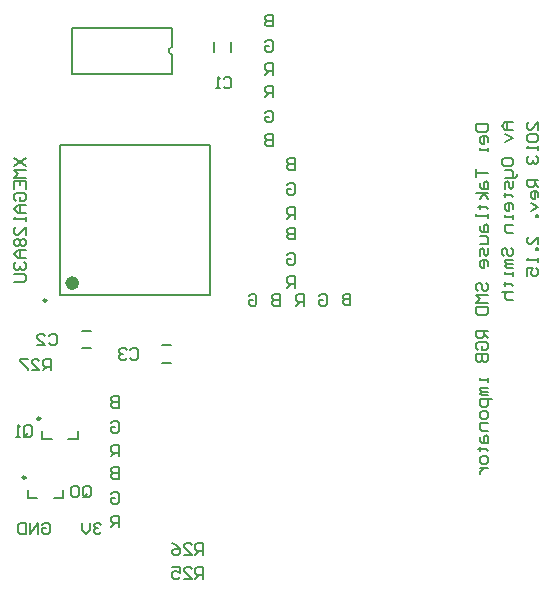
<source format=gbo>
%FSLAX25Y25*%
%MOIN*%
G70*
G01*
G75*
G04 Layer_Color=32896*
%ADD10C,0.03150*%
%ADD11C,0.01575*%
%ADD12O,0.04213X0.07874*%
%ADD13R,0.04213X0.07874*%
%ADD14C,0.03937*%
%ADD15R,0.05118X0.05906*%
%ADD16R,0.15748X0.13780*%
%ADD17R,0.15748X0.15748*%
%ADD18R,0.14961X0.15748*%
G04:AMPARAMS|DCode=19|XSize=94.49mil|YSize=29.92mil|CornerRadius=7.48mil|HoleSize=0mil|Usage=FLASHONLY|Rotation=90.000|XOffset=0mil|YOffset=0mil|HoleType=Round|Shape=RoundedRectangle|*
%AMROUNDEDRECTD19*
21,1,0.09449,0.01496,0,0,90.0*
21,1,0.07953,0.02992,0,0,90.0*
1,1,0.01496,0.00748,0.03976*
1,1,0.01496,0.00748,-0.03976*
1,1,0.01496,-0.00748,-0.03976*
1,1,0.01496,-0.00748,0.03976*
%
%ADD19ROUNDEDRECTD19*%
%ADD20R,0.02992X0.09449*%
%ADD21R,0.04331X0.06693*%
%ADD22R,0.06693X0.04331*%
%ADD23R,0.02362X0.05118*%
%ADD24O,0.06890X0.02165*%
%ADD25O,0.02165X0.06890*%
%ADD26R,0.05906X0.05118*%
%ADD27C,0.01969*%
%ADD28C,0.01181*%
%ADD29R,0.86614X0.19685*%
%ADD30C,0.00787*%
%ADD31C,0.00984*%
%ADD32C,0.02362*%
D30*
X56102Y182087D02*
G03*
X56102Y179587I0J-1250D01*
G01*
Y182087D02*
Y188583D01*
Y173228D02*
Y179528D01*
X22638Y188583D02*
X56102D01*
X22638Y173228D02*
Y188583D01*
Y173228D02*
X56102D01*
X52559Y82677D02*
X55709D01*
X52559Y76772D02*
X55709D01*
X25984Y87599D02*
X29134D01*
X25984Y81693D02*
X29134D01*
X69882Y180512D02*
Y183661D01*
X75787Y180512D02*
Y183661D01*
X19685Y31693D02*
Y34449D01*
X16535Y31693D02*
X19685D01*
X7874D02*
Y34449D01*
Y31693D02*
X11024D01*
X24606Y51378D02*
Y54134D01*
X21457Y51378D02*
X24606D01*
X12795D02*
Y54134D01*
Y51378D02*
X15945D01*
X18799Y99508D02*
Y149508D01*
X68799Y99508D02*
Y149508D01*
X18799Y99508D02*
X68799D01*
X18799Y149508D02*
X68799D01*
X73164Y171587D02*
X73820Y172243D01*
X75131D01*
X75787Y171587D01*
Y168963D01*
X75131Y168307D01*
X73820D01*
X73164Y168963D01*
X71852Y168307D02*
X70540D01*
X71196D01*
Y172243D01*
X71852Y171587D01*
X26412Y32644D02*
Y35268D01*
X27068Y35924D01*
X28379D01*
X29035Y35268D01*
Y32644D01*
X28379Y31988D01*
X27068D01*
X27724Y33300D02*
X26412Y31988D01*
X27068D02*
X26412Y32644D01*
X25100Y35268D02*
X24444Y35924D01*
X23132D01*
X22476Y35268D01*
Y32644D01*
X23132Y31988D01*
X24444D01*
X25100Y32644D01*
Y35268D01*
X6727Y52821D02*
Y55445D01*
X7383Y56101D01*
X8694D01*
X9350Y55445D01*
Y52821D01*
X8694Y52165D01*
X7383D01*
X8038Y53477D02*
X6727Y52165D01*
X7383D02*
X6727Y52821D01*
X5415Y52165D02*
X4103D01*
X4759D01*
Y56101D01*
X5415Y55445D01*
X42160Y81036D02*
X42816Y81692D01*
X44128D01*
X44783Y81036D01*
Y78412D01*
X44128Y77756D01*
X42816D01*
X42160Y78412D01*
X40848Y81036D02*
X40192Y81692D01*
X38880D01*
X38224Y81036D01*
Y80380D01*
X38880Y79724D01*
X39536D01*
X38880D01*
X38224Y79068D01*
Y78412D01*
X38880Y77756D01*
X40192D01*
X40848Y78412D01*
X15093Y85957D02*
X15749Y86613D01*
X17061D01*
X17717Y85957D01*
Y83333D01*
X17061Y82677D01*
X15749D01*
X15093Y83333D01*
X11157Y82677D02*
X13781D01*
X11157Y85301D01*
Y85957D01*
X11813Y86613D01*
X13125D01*
X13781Y85957D01*
X15748Y74311D02*
Y78247D01*
X13780D01*
X13124Y77591D01*
Y76279D01*
X13780Y75623D01*
X15748D01*
X14436D02*
X13124Y74311D01*
X9189D02*
X11812D01*
X9189Y76935D01*
Y77591D01*
X9844Y78247D01*
X11156D01*
X11812Y77591D01*
X7877Y78247D02*
X5253D01*
Y77591D01*
X7877Y74967D01*
Y74311D01*
X66437Y4921D02*
Y8857D01*
X64469D01*
X63813Y8201D01*
Y6889D01*
X64469Y6233D01*
X66437D01*
X65125D02*
X63813Y4921D01*
X59877D02*
X62501D01*
X59877Y7545D01*
Y8201D01*
X60533Y8857D01*
X61845D01*
X62501Y8201D01*
X55942Y8857D02*
X58565D01*
Y6889D01*
X57254Y7545D01*
X56598D01*
X55942Y6889D01*
Y5577D01*
X56598Y4921D01*
X57910D01*
X58565Y5577D01*
X66437Y12795D02*
Y16731D01*
X64469D01*
X63813Y16075D01*
Y14763D01*
X64469Y14107D01*
X66437D01*
X65125D02*
X63813Y12795D01*
X59877D02*
X62501D01*
X59877Y15419D01*
Y16075D01*
X60533Y16731D01*
X61845D01*
X62501Y16075D01*
X55942Y16731D02*
X57254Y16075D01*
X58565Y14763D01*
Y13451D01*
X57910Y12795D01*
X56598D01*
X55942Y13451D01*
Y14107D01*
X56598Y14763D01*
X58565D01*
X89567Y192912D02*
Y188976D01*
X87599D01*
X86943Y189632D01*
Y190288D01*
X87599Y190944D01*
X89567D01*
X87599D01*
X86943Y191600D01*
Y192256D01*
X87599Y192912D01*
X89567D01*
X86943Y183890D02*
X87599Y184546D01*
X88911D01*
X89567Y183890D01*
Y181266D01*
X88911Y180610D01*
X87599D01*
X86943Y181266D01*
Y182578D01*
X88255D01*
X89567Y172736D02*
Y176672D01*
X87599D01*
X86943Y176016D01*
Y174704D01*
X87599Y174048D01*
X89567D01*
X88255D02*
X86943Y172736D01*
X89567Y153050D02*
Y149114D01*
X87599D01*
X86943Y149770D01*
Y150426D01*
X87599Y151082D01*
X89567D01*
X87599D01*
X86943Y151738D01*
Y152394D01*
X87599Y153050D01*
X89567D01*
X86943Y160268D02*
X87599Y160924D01*
X88911D01*
X89567Y160268D01*
Y157644D01*
X88911Y156988D01*
X87599D01*
X86943Y157644D01*
Y158956D01*
X88255D01*
X89567Y165354D02*
Y169290D01*
X87599D01*
X86943Y168634D01*
Y167322D01*
X87599Y166666D01*
X89567D01*
X88255D02*
X86943Y165354D01*
X96949Y124874D02*
Y128809D01*
X94981D01*
X94325Y128153D01*
Y126841D01*
X94981Y126186D01*
X96949D01*
X95637D02*
X94325Y124874D01*
Y136027D02*
X94981Y136683D01*
X96293D01*
X96949Y136027D01*
Y133404D01*
X96293Y132748D01*
X94981D01*
X94325Y133404D01*
Y134715D01*
X95637D01*
X96949Y145050D02*
Y141114D01*
X94981D01*
X94325Y141770D01*
Y142426D01*
X94981Y143082D01*
X96949D01*
X94981D01*
X94325Y143738D01*
Y144394D01*
X94981Y145050D01*
X96949D01*
Y101870D02*
Y105806D01*
X94981D01*
X94325Y105150D01*
Y103838D01*
X94981Y103182D01*
X96949D01*
X95637D02*
X94325Y101870D01*
Y112898D02*
X94981Y113554D01*
X96293D01*
X96949Y112898D01*
Y110274D01*
X96293Y109618D01*
X94981D01*
X94325Y110274D01*
Y111586D01*
X95637D01*
X96949Y121920D02*
Y117984D01*
X94981D01*
X94325Y118640D01*
Y119296D01*
X94981Y119952D01*
X96949D01*
X94981D01*
X94325Y120608D01*
Y121264D01*
X94981Y121920D01*
X96949D01*
X38386Y45641D02*
Y49577D01*
X36418D01*
X35762Y48921D01*
Y47609D01*
X36418Y46953D01*
X38386D01*
X37074D02*
X35762Y45641D01*
Y56795D02*
X36418Y57451D01*
X37730D01*
X38386Y56795D01*
Y54171D01*
X37730Y53515D01*
X36418D01*
X35762Y54171D01*
Y55483D01*
X37074D01*
X38386Y65817D02*
Y61882D01*
X36418D01*
X35762Y62537D01*
Y63193D01*
X36418Y63849D01*
X38386D01*
X36418D01*
X35762Y64505D01*
Y65161D01*
X36418Y65817D01*
X38386D01*
Y22019D02*
Y25955D01*
X36418D01*
X35762Y25299D01*
Y23987D01*
X36418Y23331D01*
X38386D01*
X37074D02*
X35762Y22019D01*
Y33173D02*
X36418Y33829D01*
X37730D01*
X38386Y33173D01*
Y30549D01*
X37730Y29893D01*
X36418D01*
X35762Y30549D01*
Y31861D01*
X37074D01*
X38386Y42195D02*
Y38260D01*
X36418D01*
X35762Y38915D01*
Y39571D01*
X36418Y40227D01*
X38386D01*
X36418D01*
X35762Y40883D01*
Y41539D01*
X36418Y42195D01*
X38386D01*
X99902Y95965D02*
Y99900D01*
X97934D01*
X97278Y99244D01*
Y97932D01*
X97934Y97277D01*
X99902D01*
X98590D02*
X97278Y95965D01*
X81530Y99244D02*
X82186Y99900D01*
X83498D01*
X84154Y99244D01*
Y96621D01*
X83498Y95965D01*
X82186D01*
X81530Y96621D01*
Y97932D01*
X82842D01*
X92028Y99900D02*
Y95965D01*
X90060D01*
X89404Y96621D01*
Y97277D01*
X90060Y97932D01*
X92028D01*
X90060D01*
X89404Y98588D01*
Y99244D01*
X90060Y99900D01*
X92028D01*
X105152Y99244D02*
X105808Y99900D01*
X107120D01*
X107776Y99244D01*
Y96621D01*
X107120Y95965D01*
X105808D01*
X105152Y96621D01*
Y97932D01*
X106464D01*
X115471Y99946D02*
Y96010D01*
X113503D01*
X112847Y96666D01*
Y97322D01*
X113503Y97978D01*
X115471D01*
X113503D01*
X112847Y98634D01*
Y99290D01*
X113503Y99946D01*
X115471D01*
X12632Y22965D02*
X13288Y23621D01*
X14600D01*
X15256Y22965D01*
Y20341D01*
X14600Y19685D01*
X13288D01*
X12632Y20341D01*
Y21653D01*
X13944D01*
X11320Y19685D02*
Y23621D01*
X8696Y19685D01*
Y23621D01*
X7384D02*
Y19685D01*
X5417D01*
X4761Y20341D01*
Y22965D01*
X5417Y23621D01*
X7384D01*
X32480Y22965D02*
X31824Y23621D01*
X30512D01*
X29857Y22965D01*
Y22309D01*
X30512Y21653D01*
X31168D01*
X30512D01*
X29857Y20997D01*
Y20341D01*
X30512Y19685D01*
X31824D01*
X32480Y20341D01*
X28545Y23621D02*
Y20997D01*
X27233Y19685D01*
X25921Y20997D01*
Y23621D01*
X3446Y145177D02*
X7382Y142553D01*
X3446D02*
X7382Y145177D01*
Y141242D02*
X3446D01*
X4758Y139930D01*
X3446Y138618D01*
X7382D01*
X3446Y134682D02*
Y137306D01*
X7382D01*
Y134682D01*
X5414Y137306D02*
Y135994D01*
X4102Y130746D02*
X3446Y131402D01*
Y132714D01*
X4102Y133370D01*
X6726D01*
X7382Y132714D01*
Y131402D01*
X6726Y130746D01*
X5414D01*
Y132058D01*
X7382Y129434D02*
X4758D01*
X3446Y128122D01*
X4758Y126810D01*
X7382D01*
X5414D01*
Y129434D01*
X7382Y125498D02*
Y124187D01*
Y124843D01*
X3446D01*
X4102Y125498D01*
X7382Y119595D02*
Y122219D01*
X4758Y119595D01*
X4102D01*
X3446Y120251D01*
Y121563D01*
X4102Y122219D01*
Y118283D02*
X3446Y117627D01*
Y116315D01*
X4102Y115659D01*
X4758D01*
X5414Y116315D01*
X6070Y115659D01*
X6726D01*
X7382Y116315D01*
Y117627D01*
X6726Y118283D01*
X6070D01*
X5414Y117627D01*
X4758Y118283D01*
X4102D01*
X5414Y117627D02*
Y116315D01*
X7382Y114347D02*
X4758D01*
X3446Y113035D01*
X4758Y111723D01*
X7382D01*
X5414D01*
Y114347D01*
X4102Y110412D02*
X3446Y109756D01*
Y108444D01*
X4102Y107788D01*
X4758D01*
X5414Y108444D01*
Y109100D01*
Y108444D01*
X6070Y107788D01*
X6726D01*
X7382Y108444D01*
Y109756D01*
X6726Y110412D01*
X3446Y106476D02*
X6726D01*
X7382Y105820D01*
Y104508D01*
X6726Y103852D01*
X3446D01*
X157482Y156496D02*
X161417D01*
Y154528D01*
X160761Y153872D01*
X158138D01*
X157482Y154528D01*
Y156496D01*
X161417Y150593D02*
Y151904D01*
X160761Y152560D01*
X159450D01*
X158794Y151904D01*
Y150593D01*
X159450Y149937D01*
X160106D01*
Y152560D01*
X161417Y148625D02*
Y147313D01*
Y147969D01*
X158794D01*
Y148625D01*
X157482Y141409D02*
Y138785D01*
Y140097D01*
X161417D01*
X158794Y136817D02*
Y135505D01*
X159450Y134850D01*
X161417D01*
Y136817D01*
X160761Y137473D01*
X160106Y136817D01*
Y134850D01*
X161417Y133538D02*
X157482D01*
X160106D02*
X158794Y131570D01*
X160106Y133538D02*
X161417Y131570D01*
X158138Y128946D02*
X158794D01*
Y129602D01*
Y128290D01*
Y128946D01*
X160761D01*
X161417Y128290D01*
Y126322D02*
Y125010D01*
Y125666D01*
X157482D01*
Y126322D01*
X158794Y122386D02*
Y121074D01*
X159450Y120419D01*
X161417D01*
Y122386D01*
X160761Y123042D01*
X160106Y122386D01*
Y120419D01*
X158794Y119107D02*
X160761D01*
X161417Y118451D01*
Y116483D01*
X158794D01*
X161417Y115171D02*
Y113203D01*
X160761Y112547D01*
X160106Y113203D01*
Y114515D01*
X159450Y115171D01*
X158794Y114515D01*
Y112547D01*
X161417Y109267D02*
Y110579D01*
X160761Y111235D01*
X159450D01*
X158794Y110579D01*
Y109267D01*
X159450Y108611D01*
X160106D01*
Y111235D01*
X158138Y100740D02*
X157482Y101396D01*
Y102708D01*
X158138Y103364D01*
X158794D01*
X159450Y102708D01*
Y101396D01*
X160106Y100740D01*
X160761D01*
X161417Y101396D01*
Y102708D01*
X160761Y103364D01*
X161417Y99428D02*
X157482D01*
X158794Y98116D01*
X157482Y96804D01*
X161417D01*
X157482Y95492D02*
X161417D01*
Y93524D01*
X160761Y92868D01*
X158138D01*
X157482Y93524D01*
Y95492D01*
X161417Y87621D02*
X157482D01*
Y85653D01*
X158138Y84997D01*
X159450D01*
X160106Y85653D01*
Y87621D01*
Y86309D02*
X161417Y84997D01*
X158138Y81061D02*
X157482Y81717D01*
Y83029D01*
X158138Y83685D01*
X160761D01*
X161417Y83029D01*
Y81717D01*
X160761Y81061D01*
X159450D01*
Y82373D01*
X157482Y79749D02*
X161417D01*
Y77781D01*
X160761Y77125D01*
X160106D01*
X159450Y77781D01*
Y79749D01*
Y77781D01*
X158794Y77125D01*
X158138D01*
X157482Y77781D01*
Y79749D01*
X161417Y71878D02*
Y70566D01*
Y71222D01*
X158794D01*
Y71878D01*
X161417Y68598D02*
X158794D01*
Y67942D01*
X159450Y67286D01*
X161417D01*
X159450D01*
X158794Y66630D01*
X159450Y65974D01*
X161417D01*
X162729Y64662D02*
X158794D01*
Y62694D01*
X159450Y62038D01*
X160761D01*
X161417Y62694D01*
Y64662D01*
Y60071D02*
Y58759D01*
X160761Y58103D01*
X159450D01*
X158794Y58759D01*
Y60071D01*
X159450Y60726D01*
X160761D01*
X161417Y60071D01*
Y56791D02*
X158794D01*
Y54823D01*
X159450Y54167D01*
X161417D01*
X158794Y52199D02*
Y50887D01*
X159450Y50231D01*
X161417D01*
Y52199D01*
X160761Y52855D01*
X160106Y52199D01*
Y50231D01*
X158138Y48263D02*
X158794D01*
Y48919D01*
Y47607D01*
Y48263D01*
X160761D01*
X161417Y47607D01*
Y44984D02*
Y43672D01*
X160761Y43016D01*
X159450D01*
X158794Y43672D01*
Y44984D01*
X159450Y45639D01*
X160761D01*
X161417Y44984D01*
X158794Y41704D02*
X161417D01*
X160106D01*
X159450Y41048D01*
X158794Y40392D01*
Y39736D01*
X169783Y156988D02*
X167160D01*
X165848Y155676D01*
X167160Y154364D01*
X169783D01*
X167816D01*
Y156988D01*
X167160Y153052D02*
X169783Y151741D01*
X167160Y150429D01*
X165848Y143213D02*
Y144525D01*
X166504Y145181D01*
X169128D01*
X169783Y144525D01*
Y143213D01*
X169128Y142557D01*
X166504D01*
X165848Y143213D01*
X167160Y141245D02*
X169128D01*
X169783Y140589D01*
Y138621D01*
X170440D01*
X171095Y139277D01*
Y139933D01*
X169783Y138621D02*
X167160D01*
X169783Y137310D02*
Y135342D01*
X169128Y134686D01*
X168472Y135342D01*
Y136654D01*
X167816Y137310D01*
X167160Y136654D01*
Y134686D01*
X166504Y132718D02*
X167160D01*
Y133374D01*
Y132062D01*
Y132718D01*
X169128D01*
X169783Y132062D01*
Y128126D02*
Y129438D01*
X169128Y130094D01*
X167816D01*
X167160Y129438D01*
Y128126D01*
X167816Y127470D01*
X168472D01*
Y130094D01*
X169783Y126158D02*
Y124846D01*
Y125502D01*
X167160D01*
Y126158D01*
X169783Y122879D02*
X167160D01*
Y120911D01*
X167816Y120255D01*
X169783D01*
X166504Y112383D02*
X165848Y113039D01*
Y114351D01*
X166504Y115007D01*
X167160D01*
X167816Y114351D01*
Y113039D01*
X168472Y112383D01*
X169128D01*
X169783Y113039D01*
Y114351D01*
X169128Y115007D01*
X169783Y111071D02*
X167160D01*
Y110415D01*
X167816Y109759D01*
X169783D01*
X167816D01*
X167160Y109103D01*
X167816Y108448D01*
X169783D01*
Y107135D02*
Y105824D01*
Y106480D01*
X167160D01*
Y107135D01*
X166504Y103200D02*
X167160D01*
Y103856D01*
Y102544D01*
Y103200D01*
X169128D01*
X169783Y102544D01*
X165848Y100576D02*
X169783D01*
X167816D01*
X167160Y99920D01*
Y98608D01*
X167816Y97952D01*
X169783D01*
X178150Y154364D02*
Y156988D01*
X175526Y154364D01*
X174870D01*
X174214Y155020D01*
Y156332D01*
X174870Y156988D01*
Y153052D02*
X174214Y152397D01*
Y151085D01*
X174870Y150429D01*
X177494D01*
X178150Y151085D01*
Y152397D01*
X177494Y153052D01*
X174870D01*
X178150Y149117D02*
Y147805D01*
Y148461D01*
X174214D01*
X174870Y149117D01*
Y145837D02*
X174214Y145181D01*
Y143869D01*
X174870Y143213D01*
X175526D01*
X176182Y143869D01*
Y144525D01*
Y143869D01*
X176838Y143213D01*
X177494D01*
X178150Y143869D01*
Y145181D01*
X177494Y145837D01*
X178150Y137966D02*
X174214D01*
Y135998D01*
X174870Y135342D01*
X176182D01*
X176838Y135998D01*
Y137966D01*
Y136654D02*
X178150Y135342D01*
Y132062D02*
Y133374D01*
X177494Y134030D01*
X176182D01*
X175526Y133374D01*
Y132062D01*
X176182Y131406D01*
X176838D01*
Y134030D01*
X175526Y130094D02*
X178150Y128782D01*
X175526Y127470D01*
X178150Y126158D02*
X177494D01*
Y125502D01*
X178150D01*
Y126158D01*
Y116319D02*
Y118943D01*
X175526Y116319D01*
X174870D01*
X174214Y116975D01*
Y118287D01*
X174870Y118943D01*
X178150Y115007D02*
X177494D01*
Y114351D01*
X178150D01*
Y115007D01*
Y111727D02*
Y110415D01*
Y111071D01*
X174214D01*
X174870Y111727D01*
X174214Y105824D02*
Y108448D01*
X176182D01*
X175526Y107135D01*
Y106480D01*
X176182Y105824D01*
X177494D01*
X178150Y106480D01*
Y107791D01*
X177494Y108448D01*
D31*
X7185Y38583D02*
G03*
X7185Y38583I-492J0D01*
G01*
X12106Y58268D02*
G03*
X12106Y58268I-492J0D01*
G01*
X14173Y97638D02*
G03*
X14173Y97638I-492J0D01*
G01*
D32*
X23917Y103445D02*
G03*
X23917Y103445I-1181J0D01*
G01*
M02*

</source>
